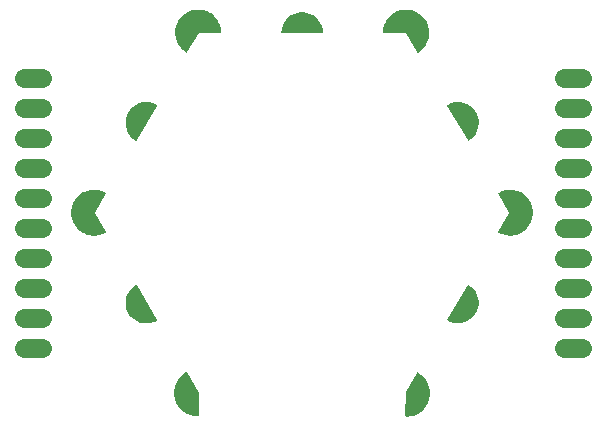
<source format=gbr>
G04 EAGLE Gerber RS-274X export*
G75*
%MOMM*%
%FSLAX34Y34*%
%LPD*%
%INSoldermask Top*%
%IPPOS*%
%AMOC8*
5,1,8,0,0,1.08239X$1,22.5*%
G01*
%ADD10C,1.101600*%
%ADD11C,1.625600*%

G36*
X178079Y209762D02*
X178079Y209762D01*
X178113Y209771D01*
X178162Y209774D01*
X181266Y210502D01*
X181298Y210517D01*
X181345Y210528D01*
X184285Y211763D01*
X184314Y211783D01*
X184359Y211802D01*
X187051Y213511D01*
X187076Y213535D01*
X187118Y213561D01*
X189487Y215695D01*
X189492Y215701D01*
X189495Y215704D01*
X189505Y215718D01*
X189508Y215723D01*
X189544Y215756D01*
X191525Y218254D01*
X191541Y218286D01*
X191571Y218324D01*
X193107Y221118D01*
X193118Y221152D01*
X193141Y221194D01*
X194190Y224206D01*
X194194Y224240D01*
X194211Y224287D01*
X194742Y227430D01*
X194741Y227466D01*
X194749Y227514D01*
X194749Y230702D01*
X194742Y230737D01*
X194742Y230786D01*
X194211Y233929D01*
X194198Y233962D01*
X194190Y234010D01*
X193141Y237022D01*
X193123Y237052D01*
X193107Y237098D01*
X191571Y239892D01*
X191548Y239919D01*
X191525Y239962D01*
X189544Y242460D01*
X189517Y242483D01*
X189487Y242521D01*
X187118Y244655D01*
X187087Y244673D01*
X187051Y244705D01*
X184359Y246414D01*
X184326Y246426D01*
X184285Y246453D01*
X181345Y247688D01*
X181311Y247695D01*
X181266Y247714D01*
X178162Y248442D01*
X178126Y248443D01*
X178079Y248454D01*
X174897Y248655D01*
X174862Y248650D01*
X174813Y248653D01*
X171642Y248320D01*
X171609Y248309D01*
X171560Y248304D01*
X168489Y247446D01*
X168458Y247431D01*
X168411Y247417D01*
X165525Y246060D01*
X165502Y246042D01*
X165475Y246032D01*
X165423Y245983D01*
X165366Y245941D01*
X165351Y245916D01*
X165330Y245896D01*
X165301Y245831D01*
X165266Y245769D01*
X165262Y245740D01*
X165250Y245714D01*
X165249Y245643D01*
X165240Y245572D01*
X165248Y245544D01*
X165248Y245515D01*
X165282Y245422D01*
X165294Y245381D01*
X165301Y245372D01*
X165305Y245359D01*
X174662Y229108D01*
X165305Y212857D01*
X165296Y212830D01*
X165279Y212806D01*
X165265Y212736D01*
X165242Y212668D01*
X165245Y212639D01*
X165239Y212611D01*
X165253Y212541D01*
X165258Y212470D01*
X165272Y212444D01*
X165277Y212416D01*
X165317Y212357D01*
X165350Y212294D01*
X165372Y212275D01*
X165389Y212251D01*
X165471Y212194D01*
X165503Y212167D01*
X165514Y212164D01*
X165525Y212156D01*
X168411Y210799D01*
X168445Y210790D01*
X168489Y210770D01*
X171560Y209912D01*
X171595Y209910D01*
X171642Y209896D01*
X174813Y209563D01*
X174848Y209566D01*
X174897Y209561D01*
X178079Y209762D01*
G37*
G36*
X-176386Y209566D02*
X-176386Y209566D01*
X-176337Y209563D01*
X-173166Y209896D01*
X-173133Y209907D01*
X-173084Y209912D01*
X-170013Y210770D01*
X-169982Y210785D01*
X-169935Y210799D01*
X-167049Y212156D01*
X-167026Y212174D01*
X-166999Y212184D01*
X-166947Y212233D01*
X-166890Y212275D01*
X-166875Y212300D01*
X-166854Y212320D01*
X-166825Y212385D01*
X-166790Y212447D01*
X-166786Y212476D01*
X-166774Y212502D01*
X-166773Y212573D01*
X-166764Y212644D01*
X-166772Y212672D01*
X-166772Y212701D01*
X-166806Y212794D01*
X-166818Y212835D01*
X-166825Y212844D01*
X-166829Y212857D01*
X-176186Y229108D01*
X-166829Y245359D01*
X-166820Y245387D01*
X-166803Y245411D01*
X-166789Y245480D01*
X-166766Y245548D01*
X-166769Y245577D01*
X-166763Y245605D01*
X-166777Y245675D01*
X-166782Y245746D01*
X-166796Y245772D01*
X-166801Y245800D01*
X-166841Y245859D01*
X-166874Y245922D01*
X-166896Y245941D01*
X-166913Y245965D01*
X-166995Y246022D01*
X-167027Y246049D01*
X-167038Y246052D01*
X-167049Y246060D01*
X-169935Y247417D01*
X-169969Y247426D01*
X-170013Y247446D01*
X-173084Y248304D01*
X-173119Y248306D01*
X-173166Y248320D01*
X-176337Y248653D01*
X-176372Y248650D01*
X-176421Y248655D01*
X-179603Y248454D01*
X-179637Y248445D01*
X-179686Y248442D01*
X-182790Y247714D01*
X-182822Y247700D01*
X-182869Y247688D01*
X-183403Y247464D01*
X-183404Y247464D01*
X-184591Y246965D01*
X-185779Y246465D01*
X-185809Y246453D01*
X-185838Y246433D01*
X-185883Y246414D01*
X-188575Y244705D01*
X-188600Y244681D01*
X-188642Y244655D01*
X-191011Y242521D01*
X-191032Y242493D01*
X-191068Y242460D01*
X-193049Y239962D01*
X-193065Y239930D01*
X-193095Y239892D01*
X-194631Y237098D01*
X-194642Y237064D01*
X-194665Y237022D01*
X-195714Y234010D01*
X-195718Y233976D01*
X-195735Y233929D01*
X-196266Y230786D01*
X-196265Y230751D01*
X-196273Y230702D01*
X-196273Y227514D01*
X-196266Y227479D01*
X-196266Y227430D01*
X-195735Y224287D01*
X-195722Y224254D01*
X-195714Y224206D01*
X-194665Y221194D01*
X-194647Y221164D01*
X-194631Y221118D01*
X-193095Y218324D01*
X-193072Y218297D01*
X-193049Y218254D01*
X-191068Y215756D01*
X-191041Y215733D01*
X-191011Y215695D01*
X-188642Y213561D01*
X-188611Y213543D01*
X-188575Y213511D01*
X-185883Y211802D01*
X-185850Y211790D01*
X-185809Y211763D01*
X-182869Y210528D01*
X-182835Y210521D01*
X-182790Y210502D01*
X-179686Y209774D01*
X-179650Y209773D01*
X-179603Y209762D01*
X-176421Y209561D01*
X-176386Y209566D01*
G37*
G36*
X-98236Y364554D02*
X-98236Y364554D01*
X-98165Y364553D01*
X-98138Y364565D01*
X-98108Y364568D01*
X-98047Y364603D01*
X-97981Y364630D01*
X-97961Y364651D01*
X-97935Y364666D01*
X-97873Y364741D01*
X-97843Y364772D01*
X-97838Y364783D01*
X-97829Y364794D01*
X-88473Y381044D01*
X-69762Y381044D01*
X-69733Y381050D01*
X-69703Y381047D01*
X-69636Y381069D01*
X-69567Y381083D01*
X-69543Y381100D01*
X-69514Y381110D01*
X-69461Y381156D01*
X-69403Y381196D01*
X-69387Y381221D01*
X-69365Y381241D01*
X-69334Y381304D01*
X-69296Y381363D01*
X-69291Y381393D01*
X-69278Y381420D01*
X-69270Y381517D01*
X-69263Y381560D01*
X-69266Y381571D01*
X-69265Y381585D01*
X-69535Y384756D01*
X-69545Y384790D01*
X-69549Y384838D01*
X-70344Y387919D01*
X-70359Y387951D01*
X-70371Y387998D01*
X-71669Y390903D01*
X-71689Y390932D01*
X-71709Y390977D01*
X-73473Y393625D01*
X-73498Y393650D01*
X-73525Y393690D01*
X-75706Y396007D01*
X-75735Y396027D01*
X-75768Y396063D01*
X-78305Y397984D01*
X-78337Y397999D01*
X-78376Y398028D01*
X-81197Y399499D01*
X-81231Y399509D01*
X-81275Y399532D01*
X-84302Y400511D01*
X-84337Y400515D01*
X-84383Y400530D01*
X-87532Y400991D01*
X-87567Y400989D01*
X-87615Y400996D01*
X-90796Y400926D01*
X-90831Y400918D01*
X-90879Y400917D01*
X-94004Y400317D01*
X-94037Y400304D01*
X-94085Y400295D01*
X-97066Y399182D01*
X-97095Y399163D01*
X-97141Y399146D01*
X-99895Y397552D01*
X-99921Y397529D01*
X-99964Y397504D01*
X-102413Y395473D01*
X-102435Y395446D01*
X-102473Y395414D01*
X-104549Y393003D01*
X-104566Y392973D01*
X-104598Y392936D01*
X-106243Y390212D01*
X-106255Y390179D01*
X-106280Y390137D01*
X-107448Y387177D01*
X-107454Y387143D01*
X-107472Y387097D01*
X-108130Y383984D01*
X-108130Y383949D01*
X-108140Y383901D01*
X-108270Y380722D01*
X-108264Y380687D01*
X-108266Y380638D01*
X-107863Y377482D01*
X-107852Y377449D01*
X-107846Y377400D01*
X-106923Y374355D01*
X-106909Y374330D01*
X-106906Y374319D01*
X-106903Y374314D01*
X-106892Y374277D01*
X-105473Y371429D01*
X-105452Y371401D01*
X-105430Y371358D01*
X-103557Y368786D01*
X-103531Y368762D01*
X-103502Y368722D01*
X-101226Y366499D01*
X-101196Y366480D01*
X-101161Y366446D01*
X-98546Y364633D01*
X-98519Y364621D01*
X-98497Y364602D01*
X-98429Y364582D01*
X-98364Y364554D01*
X-98334Y364554D01*
X-98306Y364546D01*
X-98236Y364554D01*
G37*
G36*
X96744Y364553D02*
X96744Y364553D01*
X96815Y364550D01*
X96843Y364560D01*
X96872Y364562D01*
X96961Y364604D01*
X97001Y364619D01*
X97010Y364627D01*
X97022Y364633D01*
X99637Y366446D01*
X99662Y366471D01*
X99702Y366499D01*
X101978Y368722D01*
X101998Y368751D01*
X102033Y368786D01*
X103906Y371358D01*
X103921Y371389D01*
X103949Y371429D01*
X105368Y374277D01*
X105377Y374311D01*
X105399Y374355D01*
X106322Y377400D01*
X106325Y377435D01*
X106339Y377482D01*
X106742Y380638D01*
X106739Y380673D01*
X106746Y380722D01*
X106616Y383901D01*
X106608Y383935D01*
X106606Y383984D01*
X105948Y387097D01*
X105934Y387129D01*
X105924Y387177D01*
X104756Y390137D01*
X104737Y390166D01*
X104719Y390212D01*
X103074Y392936D01*
X103050Y392961D01*
X103025Y393003D01*
X100949Y395414D01*
X100921Y395436D01*
X100889Y395473D01*
X98440Y397504D01*
X98409Y397521D01*
X98371Y397552D01*
X95617Y399146D01*
X95584Y399157D01*
X95542Y399182D01*
X92561Y400295D01*
X92526Y400300D01*
X92480Y400317D01*
X89355Y400917D01*
X89320Y400917D01*
X89272Y400926D01*
X86091Y400996D01*
X86057Y400990D01*
X86008Y400991D01*
X82859Y400530D01*
X82826Y400518D01*
X82778Y400511D01*
X79751Y399532D01*
X79720Y399514D01*
X79673Y399499D01*
X76852Y398028D01*
X76825Y398006D01*
X76781Y397984D01*
X74244Y396063D01*
X74221Y396037D01*
X74182Y396007D01*
X72001Y393690D01*
X71983Y393660D01*
X71949Y393625D01*
X70185Y390977D01*
X70172Y390944D01*
X70145Y390903D01*
X68847Y387998D01*
X68840Y387964D01*
X68820Y387919D01*
X68025Y384838D01*
X68023Y384803D01*
X68011Y384756D01*
X67741Y381585D01*
X67744Y381556D01*
X67739Y381526D01*
X67755Y381458D01*
X67763Y381388D01*
X67778Y381362D01*
X67785Y381333D01*
X67827Y381276D01*
X67862Y381215D01*
X67885Y381197D01*
X67903Y381173D01*
X67963Y381137D01*
X68020Y381094D01*
X68048Y381087D01*
X68074Y381071D01*
X68170Y381055D01*
X68212Y381044D01*
X68224Y381046D01*
X68238Y381044D01*
X86949Y381044D01*
X96305Y364794D01*
X96325Y364772D01*
X96337Y364745D01*
X96390Y364698D01*
X96437Y364645D01*
X96463Y364632D01*
X96485Y364612D01*
X96552Y364589D01*
X96616Y364559D01*
X96646Y364558D01*
X96673Y364548D01*
X96744Y364553D01*
G37*
G36*
X-88633Y56791D02*
X-88633Y56791D01*
X-88570Y56794D01*
X-88548Y56806D01*
X-88523Y56810D01*
X-88473Y56847D01*
X-88418Y56877D01*
X-88404Y56898D01*
X-88383Y56913D01*
X-88355Y56968D01*
X-88319Y57019D01*
X-88313Y57047D01*
X-88303Y57066D01*
X-88302Y57103D01*
X-88291Y57161D01*
X-88314Y76505D01*
X-88320Y76529D01*
X-88318Y76553D01*
X-88346Y76639D01*
X-88354Y76674D01*
X-88360Y76680D01*
X-88363Y76690D01*
X-98049Y93975D01*
X-98051Y93977D01*
X-98051Y93979D01*
X-98178Y94199D01*
X-98213Y94237D01*
X-98241Y94280D01*
X-98272Y94299D01*
X-98297Y94326D01*
X-98345Y94344D01*
X-98388Y94370D01*
X-98425Y94373D01*
X-98459Y94386D01*
X-98510Y94381D01*
X-98561Y94386D01*
X-98601Y94372D01*
X-98632Y94369D01*
X-98658Y94352D01*
X-98698Y94338D01*
X-99138Y94084D01*
X-99148Y94075D01*
X-99164Y94068D01*
X-101823Y92225D01*
X-101841Y92205D01*
X-101871Y92185D01*
X-104191Y89930D01*
X-104206Y89907D01*
X-104232Y89883D01*
X-106150Y87277D01*
X-106160Y87252D01*
X-106182Y87224D01*
X-107645Y84338D01*
X-107652Y84312D01*
X-107669Y84280D01*
X-108638Y81194D01*
X-108640Y81167D01*
X-108652Y81133D01*
X-109100Y77929D01*
X-109098Y77902D01*
X-109104Y77866D01*
X-109019Y74632D01*
X-109012Y74606D01*
X-109012Y74570D01*
X-108398Y71394D01*
X-108387Y71369D01*
X-108381Y71334D01*
X-107252Y68302D01*
X-107237Y68279D01*
X-107226Y68245D01*
X-105614Y65440D01*
X-105596Y65420D01*
X-105579Y65388D01*
X-103528Y62886D01*
X-103507Y62870D01*
X-103484Y62841D01*
X-101050Y60710D01*
X-101027Y60698D01*
X-101000Y60673D01*
X-98249Y58971D01*
X-98223Y58963D01*
X-98193Y58943D01*
X-95200Y57716D01*
X-95173Y57712D01*
X-95140Y57697D01*
X-91985Y56979D01*
X-91958Y56979D01*
X-91923Y56970D01*
X-88694Y56781D01*
X-88633Y56791D01*
G37*
G36*
X87644Y56265D02*
X87644Y56265D01*
X87661Y56263D01*
X90885Y56530D01*
X90911Y56538D01*
X90947Y56540D01*
X94083Y57333D01*
X94107Y57346D01*
X94143Y57354D01*
X97106Y58651D01*
X97128Y58667D01*
X97161Y58681D01*
X99871Y60448D01*
X99889Y60468D01*
X99920Y60487D01*
X102303Y62675D01*
X102318Y62698D01*
X102345Y62721D01*
X104335Y65272D01*
X104347Y65296D01*
X104370Y65324D01*
X105914Y68167D01*
X105921Y68193D01*
X105939Y68225D01*
X106995Y71282D01*
X106997Y71309D01*
X107010Y71343D01*
X107549Y74533D01*
X107547Y74560D01*
X107554Y74596D01*
X107561Y77830D01*
X107555Y77857D01*
X107556Y77893D01*
X107031Y81085D01*
X107021Y81110D01*
X107016Y81146D01*
X105973Y84208D01*
X105959Y84231D01*
X105948Y84266D01*
X104417Y87115D01*
X104399Y87136D01*
X104383Y87168D01*
X102404Y89727D01*
X102383Y89744D01*
X102361Y89773D01*
X99988Y91972D01*
X99965Y91985D01*
X99939Y92011D01*
X97237Y93790D01*
X97179Y93811D01*
X97124Y93840D01*
X97098Y93841D01*
X97074Y93849D01*
X97013Y93843D01*
X96951Y93844D01*
X96927Y93834D01*
X96902Y93831D01*
X96850Y93798D01*
X96793Y93771D01*
X96775Y93750D01*
X96756Y93738D01*
X96737Y93706D01*
X96698Y93662D01*
X87046Y76898D01*
X87039Y76874D01*
X87025Y76855D01*
X87007Y76766D01*
X86997Y76732D01*
X86998Y76723D01*
X86996Y76713D01*
X86742Y56901D01*
X86742Y56899D01*
X86742Y56896D01*
X86742Y56642D01*
X86753Y56592D01*
X86755Y56541D01*
X86773Y56509D01*
X86781Y56473D01*
X86814Y56434D01*
X86838Y56389D01*
X86868Y56368D01*
X86891Y56340D01*
X86938Y56319D01*
X86980Y56289D01*
X87022Y56281D01*
X87050Y56269D01*
X87080Y56270D01*
X87122Y56262D01*
X87630Y56262D01*
X87644Y56265D01*
G37*
G36*
X133618Y135631D02*
X133618Y135631D01*
X133651Y135640D01*
X133700Y135643D01*
X136443Y136260D01*
X136474Y136274D01*
X136521Y136285D01*
X139125Y137345D01*
X139154Y137364D01*
X139199Y137382D01*
X141593Y138856D01*
X141618Y138880D01*
X141659Y138905D01*
X143778Y140753D01*
X143799Y140781D01*
X143836Y140813D01*
X145621Y142984D01*
X145638Y143015D01*
X145668Y143052D01*
X147072Y145488D01*
X147083Y145521D01*
X147107Y145563D01*
X148091Y148197D01*
X148096Y148231D01*
X148113Y148276D01*
X148650Y151036D01*
X148650Y151071D01*
X148659Y151118D01*
X148734Y153929D01*
X148731Y153947D01*
X148734Y153962D01*
X148729Y153983D01*
X148730Y154011D01*
X148341Y156796D01*
X148330Y156828D01*
X148323Y156876D01*
X147482Y159559D01*
X147465Y159589D01*
X147451Y159635D01*
X146179Y162143D01*
X146157Y162170D01*
X146136Y162213D01*
X144469Y164477D01*
X144443Y164501D01*
X144415Y164539D01*
X142398Y166498D01*
X142369Y166517D01*
X142334Y166551D01*
X140022Y168151D01*
X139995Y168163D01*
X139973Y168181D01*
X139905Y168201D01*
X139839Y168229D01*
X139810Y168229D01*
X139782Y168238D01*
X139712Y168230D01*
X139641Y168230D01*
X139614Y168219D01*
X139585Y168216D01*
X139523Y168181D01*
X139457Y168153D01*
X139437Y168132D01*
X139411Y168118D01*
X139348Y168041D01*
X139318Y168011D01*
X139314Y168000D01*
X139305Y167990D01*
X122305Y138490D01*
X122296Y138462D01*
X122280Y138438D01*
X122265Y138369D01*
X122242Y138301D01*
X122245Y138272D01*
X122239Y138244D01*
X122252Y138174D01*
X122258Y138103D01*
X122272Y138077D01*
X122277Y138048D01*
X122317Y137990D01*
X122350Y137927D01*
X122372Y137908D01*
X122389Y137884D01*
X122471Y137827D01*
X122503Y137800D01*
X122514Y137797D01*
X122525Y137789D01*
X125069Y136591D01*
X125103Y136583D01*
X125146Y136562D01*
X127852Y135799D01*
X127887Y135797D01*
X127933Y135784D01*
X130728Y135476D01*
X130763Y135480D01*
X130811Y135474D01*
X133618Y135631D01*
G37*
G36*
X-132300Y135279D02*
X-132300Y135279D01*
X-132252Y135276D01*
X-129457Y135584D01*
X-129424Y135594D01*
X-129376Y135599D01*
X-126670Y136362D01*
X-126639Y136378D01*
X-126593Y136391D01*
X-124049Y137589D01*
X-124026Y137606D01*
X-123999Y137616D01*
X-123947Y137665D01*
X-123890Y137708D01*
X-123875Y137733D01*
X-123854Y137753D01*
X-123825Y137818D01*
X-123790Y137879D01*
X-123786Y137908D01*
X-123774Y137935D01*
X-123773Y138006D01*
X-123764Y138077D01*
X-123772Y138105D01*
X-123772Y138134D01*
X-123806Y138227D01*
X-123818Y138268D01*
X-123825Y138277D01*
X-123829Y138290D01*
X-140829Y167790D01*
X-140849Y167812D01*
X-140861Y167838D01*
X-140914Y167886D01*
X-140961Y167939D01*
X-140987Y167951D01*
X-141009Y167971D01*
X-141076Y167994D01*
X-141140Y168025D01*
X-141170Y168026D01*
X-141197Y168036D01*
X-141268Y168031D01*
X-141339Y168034D01*
X-141366Y168024D01*
X-141396Y168022D01*
X-141485Y167979D01*
X-141525Y167965D01*
X-141534Y167957D01*
X-141546Y167951D01*
X-143858Y166351D01*
X-143882Y166326D01*
X-143922Y166298D01*
X-145939Y164339D01*
X-145958Y164311D01*
X-145993Y164277D01*
X-147660Y162013D01*
X-147674Y161982D01*
X-147703Y161943D01*
X-148975Y159435D01*
X-148979Y159421D01*
X-148981Y159417D01*
X-148983Y159404D01*
X-148984Y159402D01*
X-149006Y159359D01*
X-149847Y156676D01*
X-149851Y156642D01*
X-149865Y156596D01*
X-150254Y153811D01*
X-150252Y153776D01*
X-150258Y153729D01*
X-150183Y150918D01*
X-150175Y150884D01*
X-150174Y150836D01*
X-149637Y148076D01*
X-149624Y148044D01*
X-149615Y147997D01*
X-148631Y145363D01*
X-148613Y145334D01*
X-148596Y145288D01*
X-147192Y142852D01*
X-147169Y142826D01*
X-147145Y142784D01*
X-145360Y140613D01*
X-145333Y140591D01*
X-145302Y140553D01*
X-143183Y138705D01*
X-143153Y138688D01*
X-143117Y138656D01*
X-140723Y137182D01*
X-140690Y137170D01*
X-140649Y137145D01*
X-138045Y136085D01*
X-138011Y136078D01*
X-137967Y136060D01*
X-135224Y135443D01*
X-135189Y135442D01*
X-135142Y135431D01*
X-132335Y135274D01*
X-132300Y135279D01*
G37*
G36*
X139744Y289985D02*
X139744Y289985D01*
X139815Y289982D01*
X139842Y289992D01*
X139872Y289994D01*
X139961Y290037D01*
X140001Y290051D01*
X140010Y290059D01*
X140022Y290065D01*
X142334Y291665D01*
X142358Y291690D01*
X142398Y291718D01*
X144415Y293677D01*
X144434Y293705D01*
X144469Y293739D01*
X146136Y296003D01*
X146150Y296034D01*
X146179Y296073D01*
X147451Y298581D01*
X147460Y298614D01*
X147482Y298657D01*
X148323Y301340D01*
X148327Y301374D01*
X148341Y301420D01*
X148730Y304205D01*
X148728Y304240D01*
X148734Y304287D01*
X148659Y307098D01*
X148651Y307132D01*
X148650Y307180D01*
X148113Y309940D01*
X148100Y309972D01*
X148091Y310019D01*
X147107Y312653D01*
X147089Y312683D01*
X147072Y312728D01*
X145668Y315164D01*
X145645Y315190D01*
X145621Y315232D01*
X143836Y317403D01*
X143809Y317425D01*
X143778Y317463D01*
X141659Y319311D01*
X141629Y319328D01*
X141593Y319360D01*
X139199Y320834D01*
X139166Y320846D01*
X139125Y320871D01*
X136521Y321931D01*
X136487Y321938D01*
X136443Y321956D01*
X133700Y322573D01*
X133665Y322574D01*
X133618Y322585D01*
X130811Y322742D01*
X130776Y322737D01*
X130728Y322740D01*
X127933Y322433D01*
X127900Y322422D01*
X127852Y322417D01*
X125146Y321654D01*
X125115Y321638D01*
X125069Y321625D01*
X122525Y320427D01*
X122502Y320410D01*
X122475Y320400D01*
X122423Y320351D01*
X122366Y320308D01*
X122351Y320283D01*
X122330Y320263D01*
X122301Y320198D01*
X122266Y320137D01*
X122262Y320108D01*
X122250Y320081D01*
X122249Y320010D01*
X122240Y319939D01*
X122248Y319911D01*
X122248Y319882D01*
X122282Y319789D01*
X122294Y319748D01*
X122301Y319739D01*
X122305Y319726D01*
X139305Y290226D01*
X139325Y290204D01*
X139337Y290178D01*
X139390Y290131D01*
X139437Y290077D01*
X139463Y290065D01*
X139485Y290045D01*
X139552Y290022D01*
X139616Y289991D01*
X139646Y289990D01*
X139673Y289980D01*
X139744Y289985D01*
G37*
G36*
X-141237Y289986D02*
X-141237Y289986D01*
X-141167Y289985D01*
X-141139Y289997D01*
X-141109Y290000D01*
X-141048Y290035D01*
X-140983Y290061D01*
X-140962Y290083D01*
X-140935Y290098D01*
X-140874Y290172D01*
X-140844Y290203D01*
X-140839Y290215D01*
X-140829Y290226D01*
X-123829Y319726D01*
X-123820Y319755D01*
X-123803Y319780D01*
X-123789Y319849D01*
X-123766Y319915D01*
X-123769Y319945D01*
X-123763Y319975D01*
X-123777Y320043D01*
X-123782Y320113D01*
X-123796Y320140D01*
X-123802Y320170D01*
X-123842Y320227D01*
X-123874Y320289D01*
X-123897Y320309D01*
X-123914Y320334D01*
X-123994Y320389D01*
X-124027Y320416D01*
X-124039Y320420D01*
X-124051Y320428D01*
X-126742Y321680D01*
X-126777Y321689D01*
X-126824Y321710D01*
X-129691Y322475D01*
X-129727Y322478D01*
X-129776Y322491D01*
X-132733Y322747D01*
X-132769Y322743D01*
X-132820Y322747D01*
X-135776Y322486D01*
X-135810Y322475D01*
X-135861Y322470D01*
X-138727Y321700D01*
X-138759Y321684D01*
X-138809Y321670D01*
X-141497Y320414D01*
X-141526Y320392D01*
X-141573Y320370D01*
X-144002Y318666D01*
X-144027Y318640D01*
X-144069Y318610D01*
X-146165Y316510D01*
X-146185Y316480D01*
X-146221Y316444D01*
X-147921Y314012D01*
X-147936Y313978D01*
X-147965Y313936D01*
X-149217Y311246D01*
X-149225Y311210D01*
X-149246Y311164D01*
X-150012Y308297D01*
X-150014Y308261D01*
X-150027Y308211D01*
X-150283Y305255D01*
X-150279Y305219D01*
X-150283Y305168D01*
X-150022Y302212D01*
X-150012Y302177D01*
X-150007Y302126D01*
X-149237Y299260D01*
X-149220Y299228D01*
X-149207Y299179D01*
X-147951Y296490D01*
X-147929Y296461D01*
X-147907Y296415D01*
X-146203Y293986D01*
X-146177Y293961D01*
X-146147Y293919D01*
X-144047Y291822D01*
X-144017Y291802D01*
X-143980Y291766D01*
X-141548Y290066D01*
X-141520Y290054D01*
X-141497Y290035D01*
X-141430Y290015D01*
X-141366Y289987D01*
X-141335Y289987D01*
X-141306Y289978D01*
X-141237Y289986D01*
G37*
G36*
X16267Y381050D02*
X16267Y381050D01*
X16296Y381047D01*
X16363Y381069D01*
X16433Y381083D01*
X16457Y381100D01*
X16485Y381109D01*
X16538Y381156D01*
X16597Y381196D01*
X16613Y381220D01*
X16635Y381240D01*
X16666Y381304D01*
X16704Y381363D01*
X16709Y381392D01*
X16721Y381418D01*
X16730Y381518D01*
X16737Y381560D01*
X16734Y381570D01*
X16736Y381584D01*
X16504Y384382D01*
X16494Y384416D01*
X16490Y384464D01*
X15801Y387185D01*
X15786Y387217D01*
X15774Y387263D01*
X14646Y389835D01*
X14626Y389863D01*
X14607Y389907D01*
X13071Y392258D01*
X13047Y392282D01*
X13021Y392323D01*
X11119Y394388D01*
X11091Y394409D01*
X11058Y394444D01*
X8843Y396169D01*
X8812Y396184D01*
X8774Y396214D01*
X6304Y397550D01*
X6271Y397560D01*
X6229Y397583D01*
X3589Y398490D01*
X3573Y398495D01*
X3539Y398500D01*
X3493Y398515D01*
X724Y398977D01*
X689Y398976D01*
X642Y398984D01*
X-2166Y398984D01*
X-2200Y398977D01*
X-2248Y398977D01*
X-5017Y398515D01*
X-5050Y398503D01*
X-5097Y398495D01*
X-7753Y397583D01*
X-7783Y397566D01*
X-7828Y397550D01*
X-10298Y396214D01*
X-10324Y396192D01*
X-10367Y396169D01*
X-12582Y394444D01*
X-12605Y394418D01*
X-12643Y394388D01*
X-14545Y392323D01*
X-14563Y392293D01*
X-14595Y392258D01*
X-16131Y389907D01*
X-16144Y389875D01*
X-16170Y389835D01*
X-17298Y387263D01*
X-17305Y387230D01*
X-17308Y387223D01*
X-17314Y387214D01*
X-17315Y387208D01*
X-17325Y387185D01*
X-18014Y384464D01*
X-18016Y384429D01*
X-18028Y384382D01*
X-18260Y381584D01*
X-18256Y381555D01*
X-18261Y381526D01*
X-18245Y381457D01*
X-18236Y381387D01*
X-18222Y381361D01*
X-18215Y381333D01*
X-18173Y381276D01*
X-18138Y381214D01*
X-18114Y381196D01*
X-18097Y381173D01*
X-18036Y381137D01*
X-17979Y381094D01*
X-17951Y381086D01*
X-17926Y381071D01*
X-17828Y381055D01*
X-17787Y381044D01*
X-17776Y381046D01*
X-17762Y381044D01*
X16238Y381044D01*
X16267Y381050D01*
G37*
D10*
X91186Y388366D03*
X183134Y229108D03*
X97028Y74422D03*
X-97790Y73914D03*
X-184658Y229108D03*
X-92710Y388366D03*
X137160Y308610D03*
X137160Y149606D03*
X-138684Y149352D03*
X-138684Y308610D03*
X-762Y388366D03*
D11*
X220980Y114808D02*
X236220Y114808D01*
X236220Y140208D02*
X220980Y140208D01*
X220980Y165608D02*
X236220Y165608D01*
X236220Y191008D02*
X220980Y191008D01*
X220980Y216408D02*
X236220Y216408D01*
X236220Y241808D02*
X220980Y241808D01*
X220980Y267208D02*
X236220Y267208D01*
X236220Y292608D02*
X220980Y292608D01*
X220980Y318008D02*
X236220Y318008D01*
X236220Y343408D02*
X220980Y343408D01*
X-220980Y114808D02*
X-236220Y114808D01*
X-236220Y140208D02*
X-220980Y140208D01*
X-220980Y165608D02*
X-236220Y165608D01*
X-236220Y191008D02*
X-220980Y191008D01*
X-220980Y216408D02*
X-236220Y216408D01*
X-236220Y241808D02*
X-220980Y241808D01*
X-220980Y267208D02*
X-236220Y267208D01*
X-236220Y292608D02*
X-220980Y292608D01*
X-220980Y318008D02*
X-236220Y318008D01*
X-236220Y343408D02*
X-220980Y343408D01*
M02*

</source>
